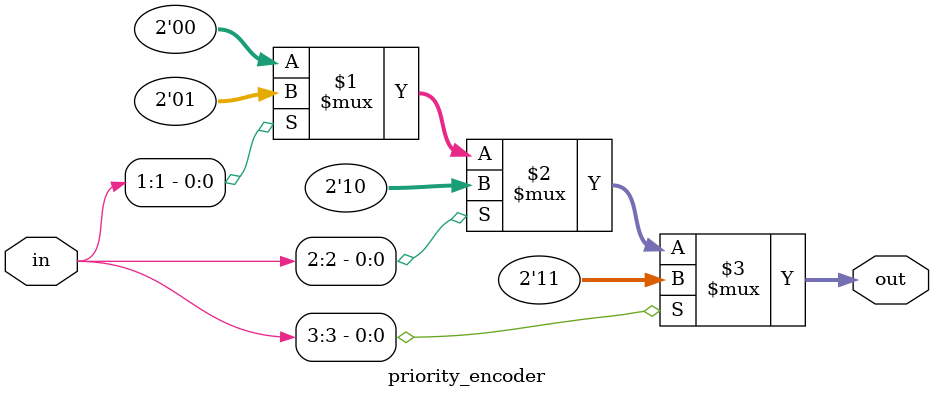
<source format=v>
module priority_encoder(
  input [3:0] in, 
  output [1:0] out
);
  assign out = in[3] ? 2'b11 :
               in[2] ? 2'b10 :
               in[1] ? 2'b01 : 2'b00;
endmodule

</source>
